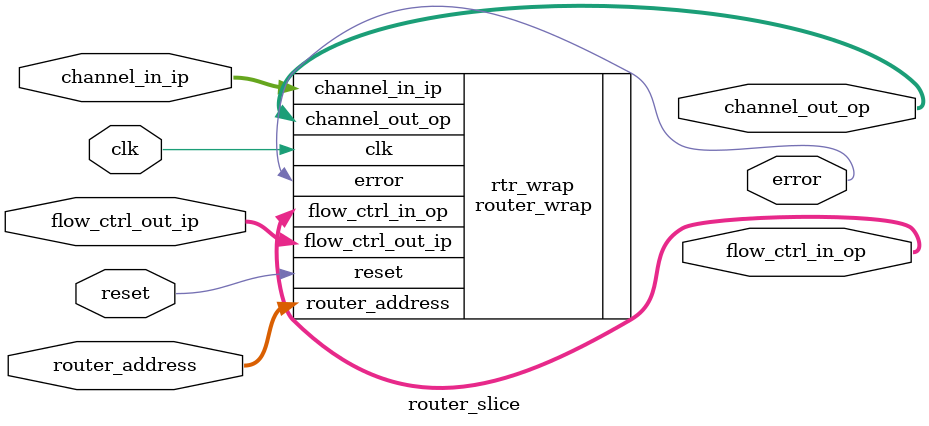
<source format=v>

module router_slice(
        input clk,
        input reset,
        input [0:3] router_address,
        input [0:349] channel_in_ip,
        input [0:14] flow_ctrl_out_ip,
        output [0:349] channel_out_op,
        output [0:14] flow_ctrl_in_op,
        output error
    );


   router_wrap
     #(.topology(0),
       .buffer_size(64),
       .num_message_classes(1),
       .num_resource_classes(1),
       .num_vcs_per_class(4),
       .num_nodes(9),
       .num_dimensions(2),
       .num_nodes_per_router(1),
       .packet_format(0),
       .flow_ctrl_type(0),
       .flow_ctrl_bypass(0),
       .max_payload_length(4),
       .min_payload_length(0),
       .router_type(1),
       .enable_link_pm(1),
       .flit_data_width(64),
       .error_capture_mode(1),
       .restrict_turns(1),
       .predecode_lar_info(1),
       .routing_type(0),
       .dim_order(0),
       .input_stage_can_hold(0),
       .fb_regfile_type(0),
       .fb_mgmt_type(0),
       .explicit_pipeline_register(0),
       .dual_path_alloc(0),
       .dual_path_allow_conflicts(0),
       .dual_path_mask_on_ready(1),
       .precomp_ivc_sel(0),
       .precomp_ip_sel(0),
       .elig_mask(1),
       .vc_alloc_type(0),
       .vc_alloc_arbiter_type(0),
       .vc_alloc_prefer_empty(0),
       .sw_alloc_type(0),
       .sw_alloc_arbiter_type(0),
       .sw_alloc_spec_type(1),
       .crossbar_type(0),
       .reset_type(0))
   rtr_wrap
     (.clk(clk),
      .reset(reset),
      .router_address(router_address),
      .channel_in_ip(channel_in_ip),
      .flow_ctrl_out_ip(flow_ctrl_out_ip),
      .channel_out_op(channel_out_op),
      .flow_ctrl_in_op(flow_ctrl_in_op),
      .error(error) );
		

endmodule

		
</source>
